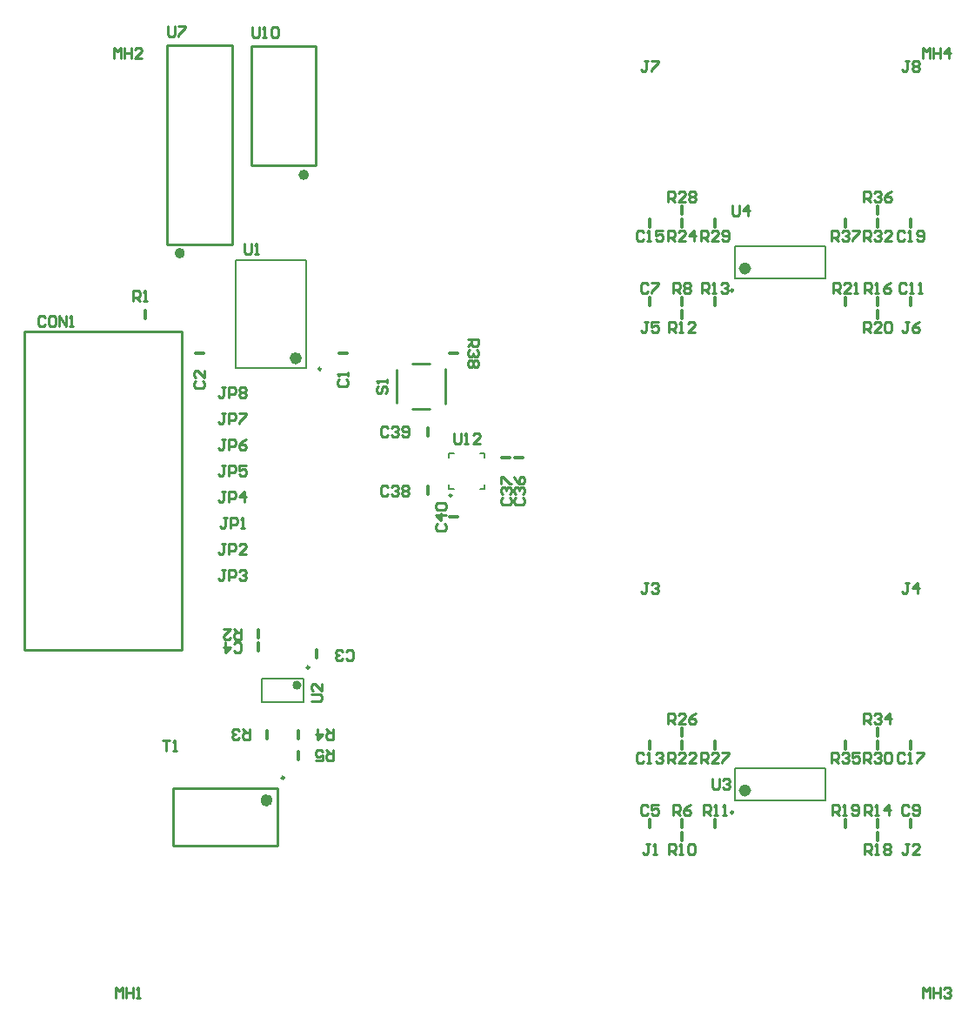
<source format=gto>
G04*
G04 #@! TF.GenerationSoftware,Altium Limited,Altium Designer,20.1.12 (249)*
G04*
G04 Layer_Color=65535*
%FSLAX25Y25*%
%MOIN*%
G70*
G04*
G04 #@! TF.SameCoordinates,69E86C78-A60B-413B-87A9-659EDA75703A*
G04*
G04*
G04 #@! TF.FilePolarity,Positive*
G04*
G01*
G75*
%ADD10C,0.02000*%
%ADD11C,0.02362*%
%ADD12C,0.00984*%
%ADD13C,0.01800*%
%ADD14C,0.01000*%
%ADD15C,0.01200*%
%ADD16C,0.00787*%
D10*
X371000Y403500D02*
G03*
X371000Y403500I-1000J0D01*
G01*
X418500Y433500D02*
G03*
X418500Y433500I-1000J0D01*
G01*
D11*
X404429Y193862D02*
G03*
X404429Y193862I-1181J0D01*
G01*
X415630Y363268D02*
G03*
X415630Y363268I-1181J0D01*
G01*
X587795Y197638D02*
G03*
X587795Y197638I-1181J0D01*
G01*
Y397638D02*
G03*
X587795Y397638I-1181J0D01*
G01*
D12*
X409992Y202500D02*
G03*
X409992Y202500I-492J0D01*
G01*
X419638Y244760D02*
G03*
X419638Y244760I-492J0D01*
G01*
X474291Y310650D02*
G03*
X474291Y310650I-492J0D01*
G01*
X424193Y359154D02*
G03*
X424193Y359154I-492J0D01*
G01*
X582146Y189272D02*
G03*
X582146Y189272I-492J0D01*
G01*
Y389272D02*
G03*
X582146Y389272I-492J0D01*
G01*
D13*
X415805Y237968D02*
G03*
X415805Y237968I-900J0D01*
G01*
D14*
X310512Y373484D02*
X370748D01*
Y251437D02*
Y373484D01*
X310512Y251437D02*
Y373484D01*
Y251437D02*
X370748D01*
X365128Y406981D02*
Y483023D01*
X390000Y406981D02*
Y483023D01*
X365128Y406981D02*
X390000D01*
X365128Y483023D02*
X390000D01*
X407500Y176500D02*
Y198500D01*
X367500Y176500D02*
Y198500D01*
Y176500D02*
X407500D01*
X367500Y198500D02*
X407500D01*
X397421Y482835D02*
X422167D01*
X397421Y437165D02*
X422167D01*
Y482835D01*
X397421Y437165D02*
Y482835D01*
X471800Y345900D02*
Y359000D01*
X453200Y346000D02*
Y358900D01*
X459100Y343700D02*
X465900D01*
X459100Y361300D02*
X465900D01*
X318501Y378833D02*
X317835Y379499D01*
X316502D01*
X315835Y378833D01*
Y376167D01*
X316502Y375501D01*
X317835D01*
X318501Y376167D01*
X321834Y379499D02*
X320501D01*
X319834Y378833D01*
Y376167D01*
X320501Y375501D01*
X321834D01*
X322500Y376167D01*
Y378833D01*
X321834Y379499D01*
X323833Y375501D02*
Y379499D01*
X326499Y375501D01*
Y379499D01*
X327832Y375501D02*
X329165D01*
X328498D01*
Y379499D01*
X327832Y378833D01*
X449834Y336333D02*
X449168Y336999D01*
X447835D01*
X447168Y336333D01*
Y333667D01*
X447835Y333001D01*
X449168D01*
X449834Y333667D01*
X451167Y336333D02*
X451834Y336999D01*
X453166D01*
X453833Y336333D01*
Y335666D01*
X453166Y335000D01*
X452500D01*
X453166D01*
X453833Y334334D01*
Y333667D01*
X453166Y333001D01*
X451834D01*
X451167Y333667D01*
X455166D02*
X455832Y333001D01*
X457165D01*
X457832Y333667D01*
Y336333D01*
X457165Y336999D01*
X455832D01*
X455166Y336333D01*
Y335666D01*
X455832Y335000D01*
X457832D01*
X352053Y385300D02*
Y389299D01*
X354053D01*
X354719Y388632D01*
Y387299D01*
X354053Y386633D01*
X352053D01*
X353386D02*
X354719Y385300D01*
X356052D02*
X357385D01*
X356719D01*
Y389299D01*
X356052Y388632D01*
X365600Y490552D02*
Y487220D01*
X366266Y486553D01*
X367599D01*
X368266Y487220D01*
Y490552D01*
X369599D02*
X372265D01*
Y489886D01*
X369599Y487220D01*
Y486553D01*
X396832Y220999D02*
Y217001D01*
X394833D01*
X394166Y217667D01*
Y219000D01*
X394833Y219666D01*
X396832D01*
X395499D02*
X394166Y220999D01*
X392833Y217667D02*
X392167Y217001D01*
X390834D01*
X390168Y217667D01*
Y218334D01*
X390834Y219000D01*
X391501D01*
X390834D01*
X390168Y219666D01*
Y220333D01*
X390834Y220999D01*
X392167D01*
X392833Y220333D01*
X363500Y216899D02*
X366166D01*
X364833D01*
Y212900D01*
X367499D02*
X368832D01*
X368165D01*
Y216899D01*
X367499Y216232D01*
X420501Y231668D02*
X423833D01*
X424499Y232334D01*
Y233667D01*
X423833Y234334D01*
X420501D01*
X424499Y238332D02*
Y235666D01*
X421834Y238332D01*
X421167D01*
X420501Y237666D01*
Y236333D01*
X421167Y235666D01*
X468667Y299834D02*
X468001Y299168D01*
Y297835D01*
X468667Y297168D01*
X471333D01*
X471999Y297835D01*
Y299168D01*
X471333Y299834D01*
X471999Y303166D02*
X468001D01*
X470000Y301167D01*
Y303833D01*
X468667Y305166D02*
X468001Y305832D01*
Y307165D01*
X468667Y307832D01*
X471333D01*
X471999Y307165D01*
Y305832D01*
X471333Y305166D01*
X468667D01*
X475002Y334499D02*
Y331167D01*
X475668Y330501D01*
X477001D01*
X477667Y331167D01*
Y334499D01*
X479000Y330501D02*
X480333D01*
X479667D01*
Y334499D01*
X479000Y333833D01*
X484998Y330501D02*
X482333D01*
X484998Y333166D01*
Y333833D01*
X484332Y334499D01*
X482999D01*
X482333Y333833D01*
X480501Y370332D02*
X484499D01*
Y368332D01*
X483833Y367666D01*
X482500D01*
X481834Y368332D01*
Y370332D01*
Y368999D02*
X480501Y367666D01*
X483833Y366333D02*
X484499Y365666D01*
Y364334D01*
X483833Y363667D01*
X483166D01*
X482500Y364334D01*
Y365000D01*
Y364334D01*
X481834Y363667D01*
X481167D01*
X480501Y364334D01*
Y365666D01*
X481167Y366333D01*
X483833Y362334D02*
X484499Y361668D01*
Y360335D01*
X483833Y359668D01*
X483166D01*
X482500Y360335D01*
X481834Y359668D01*
X481167D01*
X480501Y360335D01*
Y361668D01*
X481167Y362334D01*
X481834D01*
X482500Y361668D01*
X483166Y362334D01*
X483833D01*
X482500Y361668D02*
Y360335D01*
X498667Y309834D02*
X498001Y309168D01*
Y307835D01*
X498667Y307168D01*
X501333D01*
X501999Y307835D01*
Y309168D01*
X501333Y309834D01*
X498667Y311167D02*
X498001Y311834D01*
Y313166D01*
X498667Y313833D01*
X499333D01*
X500000Y313166D01*
Y312500D01*
Y313166D01*
X500666Y313833D01*
X501333D01*
X501999Y313166D01*
Y311834D01*
X501333Y311167D01*
X498001Y317832D02*
X498667Y316499D01*
X500000Y315166D01*
X501333D01*
X501999Y315832D01*
Y317165D01*
X501333Y317832D01*
X500666D01*
X500000Y317165D01*
Y315166D01*
X433666Y248167D02*
X434333Y247501D01*
X435666D01*
X436332Y248167D01*
Y250833D01*
X435666Y251499D01*
X434333D01*
X433666Y250833D01*
X432334Y248167D02*
X431667Y247501D01*
X430334D01*
X429668Y248167D01*
Y248834D01*
X430334Y249500D01*
X431001D01*
X430334D01*
X429668Y250166D01*
Y250833D01*
X430334Y251499D01*
X431667D01*
X432334Y250833D01*
X449834Y313833D02*
X449168Y314499D01*
X447835D01*
X447168Y313833D01*
Y311167D01*
X447835Y310501D01*
X449168D01*
X449834Y311167D01*
X451167Y313833D02*
X451834Y314499D01*
X453166D01*
X453833Y313833D01*
Y313166D01*
X453166Y312500D01*
X452500D01*
X453166D01*
X453833Y311834D01*
Y311167D01*
X453166Y310501D01*
X451834D01*
X451167Y311167D01*
X455166Y313833D02*
X455832Y314499D01*
X457165D01*
X457832Y313833D01*
Y313166D01*
X457165Y312500D01*
X457832Y311834D01*
Y311167D01*
X457165Y310501D01*
X455832D01*
X455166Y311167D01*
Y311834D01*
X455832Y312500D01*
X455166Y313166D01*
Y313833D01*
X455832Y312500D02*
X457165D01*
X397900Y490299D02*
Y486966D01*
X398566Y486300D01*
X399899D01*
X400566Y486966D01*
Y490299D01*
X401899Y486300D02*
X403232D01*
X402565D01*
Y490299D01*
X401899Y489632D01*
X405231D02*
X405897Y490299D01*
X407230D01*
X407897Y489632D01*
Y486966D01*
X407230Y486300D01*
X405897D01*
X405231Y486966D01*
Y489632D01*
X394834Y406999D02*
Y403667D01*
X395501Y403001D01*
X396834D01*
X397500Y403667D01*
Y406999D01*
X398833Y403001D02*
X400166D01*
X399499D01*
Y406999D01*
X398833Y406333D01*
X446167Y352500D02*
X445501Y351834D01*
Y350501D01*
X446167Y349834D01*
X446834D01*
X447500Y350501D01*
Y351834D01*
X448166Y352500D01*
X448833D01*
X449499Y351834D01*
Y350501D01*
X448833Y349834D01*
X449499Y353833D02*
Y355166D01*
Y354499D01*
X445501D01*
X446167Y353833D01*
X376167Y354334D02*
X375501Y353667D01*
Y352334D01*
X376167Y351668D01*
X378833D01*
X379499Y352334D01*
Y353667D01*
X378833Y354334D01*
X379499Y358332D02*
Y355666D01*
X376834Y358332D01*
X376167D01*
X375501Y357666D01*
Y356333D01*
X376167Y355666D01*
X428832Y212999D02*
Y209001D01*
X426833D01*
X426166Y209667D01*
Y211000D01*
X426833Y211666D01*
X428832D01*
X427499D02*
X426166Y212999D01*
X422168Y209001D02*
X424833D01*
Y211000D01*
X423501Y210334D01*
X422834D01*
X422168Y211000D01*
Y212333D01*
X422834Y212999D01*
X424167D01*
X424833Y212333D01*
X428832Y220999D02*
Y217001D01*
X426833D01*
X426166Y217667D01*
Y219000D01*
X426833Y219666D01*
X428832D01*
X427499D02*
X426166Y220999D01*
X422834D02*
Y217001D01*
X424833Y219000D01*
X422168D01*
X390666Y251167D02*
X391333Y250501D01*
X392666D01*
X393332Y251167D01*
Y253833D01*
X392666Y254499D01*
X391333D01*
X390666Y253833D01*
X387334Y254499D02*
Y250501D01*
X389334Y252500D01*
X386668D01*
X431167Y355000D02*
X430501Y354334D01*
Y353001D01*
X431167Y352334D01*
X433833D01*
X434499Y353001D01*
Y354334D01*
X433833Y355000D01*
X434499Y356333D02*
Y357666D01*
Y356999D01*
X430501D01*
X431167Y356333D01*
X493667Y309834D02*
X493001Y309168D01*
Y307835D01*
X493667Y307168D01*
X496333D01*
X496999Y307835D01*
Y309168D01*
X496333Y309834D01*
X493667Y311167D02*
X493001Y311834D01*
Y313166D01*
X493667Y313833D01*
X494334D01*
X495000Y313166D01*
Y312500D01*
Y313166D01*
X495666Y313833D01*
X496333D01*
X496999Y313166D01*
Y311834D01*
X496333Y311167D01*
X493001Y315166D02*
Y317832D01*
X493667D01*
X496333Y315166D01*
X496999D01*
X393332Y259499D02*
Y255501D01*
X391333D01*
X390666Y256167D01*
Y257500D01*
X391333Y258166D01*
X393332D01*
X391999D02*
X390666Y259499D01*
X386668D02*
X389334D01*
X386668Y256834D01*
Y256167D01*
X387334Y255501D01*
X388667D01*
X389334Y256167D01*
X388001Y301999D02*
X386668D01*
X387334D01*
Y298667D01*
X386668Y298001D01*
X386001D01*
X385335Y298667D01*
X389334Y298001D02*
Y301999D01*
X391333D01*
X391999Y301333D01*
Y300000D01*
X391333Y299334D01*
X389334D01*
X393332Y298001D02*
X394665D01*
X393999D01*
Y301999D01*
X393332Y301333D01*
X387334Y341999D02*
X386001D01*
X386668D01*
Y338667D01*
X386001Y338001D01*
X385335D01*
X384668Y338667D01*
X388667Y338001D02*
Y341999D01*
X390666D01*
X391333Y341333D01*
Y340000D01*
X390666Y339334D01*
X388667D01*
X392666Y341999D02*
X395332D01*
Y341333D01*
X392666Y338667D01*
Y338001D01*
X387334Y281999D02*
X386001D01*
X386668D01*
Y278667D01*
X386001Y278001D01*
X385335D01*
X384668Y278667D01*
X388667Y278001D02*
Y281999D01*
X390666D01*
X391333Y281333D01*
Y280000D01*
X390666Y279334D01*
X388667D01*
X392666Y281333D02*
X393332Y281999D01*
X394665D01*
X395332Y281333D01*
Y280666D01*
X394665Y280000D01*
X393999D01*
X394665D01*
X395332Y279334D01*
Y278667D01*
X394665Y278001D01*
X393332D01*
X392666Y278667D01*
X387334Y321999D02*
X386001D01*
X386668D01*
Y318667D01*
X386001Y318001D01*
X385335D01*
X384668Y318667D01*
X388667Y318001D02*
Y321999D01*
X390666D01*
X391333Y321333D01*
Y320000D01*
X390666Y319334D01*
X388667D01*
X395332Y321999D02*
X392666D01*
Y320000D01*
X393999Y320666D01*
X394665D01*
X395332Y320000D01*
Y318667D01*
X394665Y318001D01*
X393332D01*
X392666Y318667D01*
X387334Y311999D02*
X386001D01*
X386668D01*
Y308667D01*
X386001Y308001D01*
X385335D01*
X384668Y308667D01*
X388667Y308001D02*
Y311999D01*
X390666D01*
X391333Y311333D01*
Y310000D01*
X390666Y309334D01*
X388667D01*
X394665Y308001D02*
Y311999D01*
X392666Y310000D01*
X395332D01*
X387334Y351999D02*
X386001D01*
X386668D01*
Y348667D01*
X386001Y348001D01*
X385335D01*
X384668Y348667D01*
X388667Y348001D02*
Y351999D01*
X390666D01*
X391333Y351333D01*
Y350000D01*
X390666Y349334D01*
X388667D01*
X392666Y351333D02*
X393332Y351999D01*
X394665D01*
X395332Y351333D01*
Y350666D01*
X394665Y350000D01*
X395332Y349334D01*
Y348667D01*
X394665Y348001D01*
X393332D01*
X392666Y348667D01*
Y349334D01*
X393332Y350000D01*
X392666Y350666D01*
Y351333D01*
X393332Y350000D02*
X394665D01*
X387334Y331999D02*
X386001D01*
X386668D01*
Y328667D01*
X386001Y328001D01*
X385335D01*
X384668Y328667D01*
X388667Y328001D02*
Y331999D01*
X390666D01*
X391333Y331333D01*
Y330000D01*
X390666Y329334D01*
X388667D01*
X395332Y331999D02*
X393999Y331333D01*
X392666Y330000D01*
Y328667D01*
X393332Y328001D01*
X394665D01*
X395332Y328667D01*
Y329334D01*
X394665Y330000D01*
X392666D01*
X344668Y478001D02*
Y481999D01*
X346001Y480666D01*
X347334Y481999D01*
Y478001D01*
X348667Y481999D02*
Y478001D01*
Y480000D01*
X351333D01*
Y481999D01*
Y478001D01*
X355332D02*
X352666D01*
X355332Y480666D01*
Y481333D01*
X354665Y481999D01*
X353332D01*
X352666Y481333D01*
X387334Y291999D02*
X386001D01*
X386668D01*
Y288667D01*
X386001Y288001D01*
X385335D01*
X384668Y288667D01*
X388667Y288001D02*
Y291999D01*
X390666D01*
X391333Y291333D01*
Y290000D01*
X390666Y289334D01*
X388667D01*
X395332Y288001D02*
X392666D01*
X395332Y290666D01*
Y291333D01*
X394665Y291999D01*
X393332D01*
X392666Y291333D01*
X581700Y421699D02*
Y418366D01*
X582366Y417700D01*
X583699D01*
X584366Y418366D01*
Y421699D01*
X587698Y417700D02*
Y421699D01*
X585699Y419699D01*
X588365D01*
X574168Y201999D02*
Y198667D01*
X574834Y198001D01*
X576167D01*
X576834Y198667D01*
Y201999D01*
X578166Y201333D02*
X578833Y201999D01*
X580166D01*
X580832Y201333D01*
Y200666D01*
X580166Y200000D01*
X579499D01*
X580166D01*
X580832Y199334D01*
Y198667D01*
X580166Y198001D01*
X578833D01*
X578166Y198667D01*
X619668Y408001D02*
Y411999D01*
X621668D01*
X622334Y411333D01*
Y410000D01*
X621668Y409334D01*
X619668D01*
X621001D02*
X622334Y408001D01*
X623667Y411333D02*
X624334Y411999D01*
X625666D01*
X626333Y411333D01*
Y410666D01*
X625666Y410000D01*
X625000D01*
X625666D01*
X626333Y409334D01*
Y408667D01*
X625666Y408001D01*
X624334D01*
X623667Y408667D01*
X627666Y411999D02*
X630332D01*
Y411333D01*
X627666Y408667D01*
Y408001D01*
X632168Y423001D02*
Y426999D01*
X634168D01*
X634834Y426333D01*
Y425000D01*
X634168Y424334D01*
X632168D01*
X633501D02*
X634834Y423001D01*
X636167Y426333D02*
X636834Y426999D01*
X638166D01*
X638833Y426333D01*
Y425666D01*
X638166Y425000D01*
X637500D01*
X638166D01*
X638833Y424334D01*
Y423667D01*
X638166Y423001D01*
X636834D01*
X636167Y423667D01*
X642832Y426999D02*
X641499Y426333D01*
X640166Y425000D01*
Y423667D01*
X640832Y423001D01*
X642165D01*
X642832Y423667D01*
Y424334D01*
X642165Y425000D01*
X640166D01*
X619668Y208001D02*
Y211999D01*
X621668D01*
X622334Y211333D01*
Y210000D01*
X621668Y209334D01*
X619668D01*
X621001D02*
X622334Y208001D01*
X623667Y211333D02*
X624334Y211999D01*
X625666D01*
X626333Y211333D01*
Y210666D01*
X625666Y210000D01*
X625000D01*
X625666D01*
X626333Y209334D01*
Y208667D01*
X625666Y208001D01*
X624334D01*
X623667Y208667D01*
X630332Y211999D02*
X627666D01*
Y210000D01*
X628999Y210666D01*
X629665D01*
X630332Y210000D01*
Y208667D01*
X629665Y208001D01*
X628332D01*
X627666Y208667D01*
X632168Y223001D02*
Y226999D01*
X634168D01*
X634834Y226333D01*
Y225000D01*
X634168Y224334D01*
X632168D01*
X633501D02*
X634834Y223001D01*
X636167Y226333D02*
X636834Y226999D01*
X638166D01*
X638833Y226333D01*
Y225666D01*
X638166Y225000D01*
X637500D01*
X638166D01*
X638833Y224334D01*
Y223667D01*
X638166Y223001D01*
X636834D01*
X636167Y223667D01*
X642165Y223001D02*
Y226999D01*
X640166Y225000D01*
X642832D01*
X632168Y408001D02*
Y411999D01*
X634168D01*
X634834Y411333D01*
Y410000D01*
X634168Y409334D01*
X632168D01*
X633501D02*
X634834Y408001D01*
X636167Y411333D02*
X636834Y411999D01*
X638166D01*
X638833Y411333D01*
Y410666D01*
X638166Y410000D01*
X637500D01*
X638166D01*
X638833Y409334D01*
Y408667D01*
X638166Y408001D01*
X636834D01*
X636167Y408667D01*
X642832Y408001D02*
X640166D01*
X642832Y410666D01*
Y411333D01*
X642165Y411999D01*
X640832D01*
X640166Y411333D01*
X632168Y208001D02*
Y211999D01*
X634168D01*
X634834Y211333D01*
Y210000D01*
X634168Y209334D01*
X632168D01*
X633501D02*
X634834Y208001D01*
X636167Y211333D02*
X636834Y211999D01*
X638166D01*
X638833Y211333D01*
Y210666D01*
X638166Y210000D01*
X637500D01*
X638166D01*
X638833Y209334D01*
Y208667D01*
X638166Y208001D01*
X636834D01*
X636167Y208667D01*
X640166Y211333D02*
X640832Y211999D01*
X642165D01*
X642832Y211333D01*
Y208667D01*
X642165Y208001D01*
X640832D01*
X640166Y208667D01*
Y211333D01*
X569668Y408001D02*
Y411999D01*
X571668D01*
X572334Y411333D01*
Y410000D01*
X571668Y409334D01*
X569668D01*
X571001D02*
X572334Y408001D01*
X576333D02*
X573667D01*
X576333Y410666D01*
Y411333D01*
X575666Y411999D01*
X574334D01*
X573667Y411333D01*
X577666Y408667D02*
X578332Y408001D01*
X579665D01*
X580332Y408667D01*
Y411333D01*
X579665Y411999D01*
X578332D01*
X577666Y411333D01*
Y410666D01*
X578332Y410000D01*
X580332D01*
X557168Y423001D02*
Y426999D01*
X559168D01*
X559834Y426333D01*
Y425000D01*
X559168Y424334D01*
X557168D01*
X558501D02*
X559834Y423001D01*
X563833D02*
X561167D01*
X563833Y425666D01*
Y426333D01*
X563166Y426999D01*
X561834D01*
X561167Y426333D01*
X565166D02*
X565832Y426999D01*
X567165D01*
X567832Y426333D01*
Y425666D01*
X567165Y425000D01*
X567832Y424334D01*
Y423667D01*
X567165Y423001D01*
X565832D01*
X565166Y423667D01*
Y424334D01*
X565832Y425000D01*
X565166Y425666D01*
Y426333D01*
X565832Y425000D02*
X567165D01*
X569668Y208001D02*
Y211999D01*
X571668D01*
X572334Y211333D01*
Y210000D01*
X571668Y209334D01*
X569668D01*
X571001D02*
X572334Y208001D01*
X576333D02*
X573667D01*
X576333Y210666D01*
Y211333D01*
X575666Y211999D01*
X574334D01*
X573667Y211333D01*
X577666Y211999D02*
X580332D01*
Y211333D01*
X577666Y208667D01*
Y208001D01*
X557168Y223001D02*
Y226999D01*
X559168D01*
X559834Y226333D01*
Y225000D01*
X559168Y224334D01*
X557168D01*
X558501D02*
X559834Y223001D01*
X563833D02*
X561167D01*
X563833Y225666D01*
Y226333D01*
X563166Y226999D01*
X561834D01*
X561167Y226333D01*
X567832Y226999D02*
X566499Y226333D01*
X565166Y225000D01*
Y223667D01*
X565832Y223001D01*
X567165D01*
X567832Y223667D01*
Y224334D01*
X567165Y225000D01*
X565166D01*
X557168Y408001D02*
Y411999D01*
X559168D01*
X559834Y411333D01*
Y410000D01*
X559168Y409334D01*
X557168D01*
X558501D02*
X559834Y408001D01*
X563833D02*
X561167D01*
X563833Y410666D01*
Y411333D01*
X563166Y411999D01*
X561834D01*
X561167Y411333D01*
X567165Y408001D02*
Y411999D01*
X565166Y410000D01*
X567832D01*
X557168Y208001D02*
Y211999D01*
X559168D01*
X559834Y211333D01*
Y210000D01*
X559168Y209334D01*
X557168D01*
X558501D02*
X559834Y208001D01*
X563833D02*
X561167D01*
X563833Y210666D01*
Y211333D01*
X563166Y211999D01*
X561834D01*
X561167Y211333D01*
X567832Y208001D02*
X565166D01*
X567832Y210666D01*
Y211333D01*
X567165Y211999D01*
X565832D01*
X565166Y211333D01*
X620335Y388001D02*
Y391999D01*
X622334D01*
X623001Y391333D01*
Y390000D01*
X622334Y389334D01*
X620335D01*
X621668D02*
X623001Y388001D01*
X626999D02*
X624334D01*
X626999Y390666D01*
Y391333D01*
X626333Y391999D01*
X625000D01*
X624334Y391333D01*
X628332Y388001D02*
X629665D01*
X628999D01*
Y391999D01*
X628332Y391333D01*
X632168Y373001D02*
Y376999D01*
X634168D01*
X634834Y376333D01*
Y375000D01*
X634168Y374334D01*
X632168D01*
X633501D02*
X634834Y373001D01*
X638833D02*
X636167D01*
X638833Y375666D01*
Y376333D01*
X638166Y376999D01*
X636834D01*
X636167Y376333D01*
X640166D02*
X640832Y376999D01*
X642165D01*
X642832Y376333D01*
Y373667D01*
X642165Y373001D01*
X640832D01*
X640166Y373667D01*
Y376333D01*
X620002Y188001D02*
Y191999D01*
X622001D01*
X622667Y191333D01*
Y190000D01*
X622001Y189333D01*
X620002D01*
X621335D02*
X622667Y188001D01*
X624000D02*
X625333D01*
X624667D01*
Y191999D01*
X624000Y191333D01*
X627333Y188667D02*
X627999Y188001D01*
X629332D01*
X629998Y188667D01*
Y191333D01*
X629332Y191999D01*
X627999D01*
X627333Y191333D01*
Y190666D01*
X627999Y190000D01*
X629998D01*
X632502Y173001D02*
Y176999D01*
X634501D01*
X635167Y176333D01*
Y175000D01*
X634501Y174334D01*
X632502D01*
X633835D02*
X635167Y173001D01*
X636500D02*
X637833D01*
X637167D01*
Y176999D01*
X636500Y176333D01*
X639833D02*
X640499Y176999D01*
X641832D01*
X642498Y176333D01*
Y175666D01*
X641832Y175000D01*
X642498Y174334D01*
Y173667D01*
X641832Y173001D01*
X640499D01*
X639833Y173667D01*
Y174334D01*
X640499Y175000D01*
X639833Y175666D01*
Y176333D01*
X640499Y175000D02*
X641832D01*
X632502Y388001D02*
Y391999D01*
X634501D01*
X635167Y391333D01*
Y390000D01*
X634501Y389334D01*
X632502D01*
X633835D02*
X635167Y388001D01*
X636500D02*
X637833D01*
X637167D01*
Y391999D01*
X636500Y391333D01*
X642498Y391999D02*
X641165Y391333D01*
X639833Y390000D01*
Y388667D01*
X640499Y388001D01*
X641832D01*
X642498Y388667D01*
Y389334D01*
X641832Y390000D01*
X639833D01*
X632502Y188001D02*
Y191999D01*
X634501D01*
X635167Y191333D01*
Y190000D01*
X634501Y189333D01*
X632502D01*
X633835D02*
X635167Y188001D01*
X636500D02*
X637833D01*
X637167D01*
Y191999D01*
X636500Y191333D01*
X641832Y188001D02*
Y191999D01*
X639833Y190000D01*
X642498D01*
X570002Y388001D02*
Y391999D01*
X572001D01*
X572667Y391333D01*
Y390000D01*
X572001Y389334D01*
X570002D01*
X571335D02*
X572667Y388001D01*
X574000D02*
X575333D01*
X574667D01*
Y391999D01*
X574000Y391333D01*
X577333D02*
X577999Y391999D01*
X579332D01*
X579998Y391333D01*
Y390666D01*
X579332Y390000D01*
X578665D01*
X579332D01*
X579998Y389334D01*
Y388667D01*
X579332Y388001D01*
X577999D01*
X577333Y388667D01*
X557502Y373001D02*
Y376999D01*
X559501D01*
X560167Y376333D01*
Y375000D01*
X559501Y374334D01*
X557502D01*
X558835D02*
X560167Y373001D01*
X561500D02*
X562833D01*
X562167D01*
Y376999D01*
X561500Y376333D01*
X567498Y373001D02*
X564833D01*
X567498Y375666D01*
Y376333D01*
X566832Y376999D01*
X565499D01*
X564833Y376333D01*
X570668Y188001D02*
Y191999D01*
X572667D01*
X573334Y191333D01*
Y190000D01*
X572667Y189333D01*
X570668D01*
X572001D02*
X573334Y188001D01*
X574667D02*
X576000D01*
X575333D01*
Y191999D01*
X574667Y191333D01*
X577999Y188001D02*
X579332D01*
X578665D01*
Y191999D01*
X577999Y191333D01*
X557502Y173001D02*
Y176999D01*
X559501D01*
X560167Y176333D01*
Y175000D01*
X559501Y174334D01*
X557502D01*
X558835D02*
X560167Y173001D01*
X561500D02*
X562833D01*
X562167D01*
Y176999D01*
X561500Y176333D01*
X564833D02*
X565499Y176999D01*
X566832D01*
X567498Y176333D01*
Y173667D01*
X566832Y173001D01*
X565499D01*
X564833Y173667D01*
Y176333D01*
X559168Y388001D02*
Y391999D01*
X561167D01*
X561834Y391333D01*
Y390000D01*
X561167Y389334D01*
X559168D01*
X560501D02*
X561834Y388001D01*
X563167Y391333D02*
X563833Y391999D01*
X565166D01*
X565832Y391333D01*
Y390666D01*
X565166Y390000D01*
X565832Y389334D01*
Y388667D01*
X565166Y388001D01*
X563833D01*
X563167Y388667D01*
Y389334D01*
X563833Y390000D01*
X563167Y390666D01*
Y391333D01*
X563833Y390000D02*
X565166D01*
X559168Y188001D02*
Y191999D01*
X561167D01*
X561834Y191333D01*
Y190000D01*
X561167Y189333D01*
X559168D01*
X560501D02*
X561834Y188001D01*
X565832Y191999D02*
X564499Y191333D01*
X563167Y190000D01*
Y188667D01*
X563833Y188001D01*
X565166D01*
X565832Y188667D01*
Y189333D01*
X565166Y190000D01*
X563167D01*
X654668Y478001D02*
Y481999D01*
X656001Y480666D01*
X657334Y481999D01*
Y478001D01*
X658667Y481999D02*
Y478001D01*
Y480000D01*
X661333D01*
Y481999D01*
Y478001D01*
X664665D02*
Y481999D01*
X662666Y480000D01*
X665332D01*
X654668Y118001D02*
Y121999D01*
X656001Y120667D01*
X657334Y121999D01*
Y118001D01*
X658667Y121999D02*
Y118001D01*
Y120000D01*
X661333D01*
Y121999D01*
Y118001D01*
X662666Y121333D02*
X663332Y121999D01*
X664665D01*
X665332Y121333D01*
Y120667D01*
X664665Y120000D01*
X663999D01*
X664665D01*
X665332Y119334D01*
Y118667D01*
X664665Y118001D01*
X663332D01*
X662666Y118667D01*
X345335Y118001D02*
Y121999D01*
X346668Y120667D01*
X348001Y121999D01*
Y118001D01*
X349334Y121999D02*
Y118001D01*
Y120000D01*
X351999D01*
Y121999D01*
Y118001D01*
X353332D02*
X354665D01*
X353999D01*
Y121999D01*
X353332Y121333D01*
X649334Y476999D02*
X648001D01*
X648667D01*
Y473667D01*
X648001Y473001D01*
X647334D01*
X646668Y473667D01*
X650667Y476333D02*
X651333Y476999D01*
X652666D01*
X653332Y476333D01*
Y475666D01*
X652666Y475000D01*
X653332Y474334D01*
Y473667D01*
X652666Y473001D01*
X651333D01*
X650667Y473667D01*
Y474334D01*
X651333Y475000D01*
X650667Y475666D01*
Y476333D01*
X651333Y475000D02*
X652666D01*
X549334Y476999D02*
X548001D01*
X548667D01*
Y473667D01*
X548001Y473001D01*
X547334D01*
X546668Y473667D01*
X550667Y476999D02*
X553332D01*
Y476333D01*
X550667Y473667D01*
Y473001D01*
X649334Y376999D02*
X648001D01*
X648667D01*
Y373667D01*
X648001Y373001D01*
X647334D01*
X646668Y373667D01*
X653332Y376999D02*
X651999Y376333D01*
X650667Y375000D01*
Y373667D01*
X651333Y373001D01*
X652666D01*
X653332Y373667D01*
Y374334D01*
X652666Y375000D01*
X650667D01*
X549334Y376999D02*
X548001D01*
X548667D01*
Y373667D01*
X548001Y373001D01*
X547334D01*
X546668Y373667D01*
X553332Y376999D02*
X550667D01*
Y375000D01*
X551999Y375666D01*
X552666D01*
X553332Y375000D01*
Y373667D01*
X552666Y373001D01*
X551333D01*
X550667Y373667D01*
X649334Y276999D02*
X648001D01*
X648667D01*
Y273667D01*
X648001Y273001D01*
X647334D01*
X646668Y273667D01*
X652666Y273001D02*
Y276999D01*
X650667Y275000D01*
X653332D01*
X549334Y276999D02*
X548001D01*
X548667D01*
Y273667D01*
X548001Y273001D01*
X547334D01*
X546668Y273667D01*
X550667Y276333D02*
X551333Y276999D01*
X552666D01*
X553332Y276333D01*
Y275666D01*
X552666Y275000D01*
X551999D01*
X552666D01*
X553332Y274334D01*
Y273667D01*
X552666Y273001D01*
X551333D01*
X550667Y273667D01*
X649334Y176999D02*
X648001D01*
X648667D01*
Y173667D01*
X648001Y173001D01*
X647334D01*
X646668Y173667D01*
X653332Y173001D02*
X650667D01*
X653332Y175666D01*
Y176333D01*
X652666Y176999D01*
X651333D01*
X650667Y176333D01*
X550000Y176999D02*
X548667D01*
X549334D01*
Y173667D01*
X548667Y173001D01*
X548001D01*
X547334Y173667D01*
X551333Y173001D02*
X552666D01*
X551999D01*
Y176999D01*
X551333Y176333D01*
X647667Y411333D02*
X647001Y411999D01*
X645668D01*
X645002Y411333D01*
Y408667D01*
X645668Y408001D01*
X647001D01*
X647667Y408667D01*
X649000Y408001D02*
X650333D01*
X649667D01*
Y411999D01*
X649000Y411333D01*
X652333Y408667D02*
X652999Y408001D01*
X654332D01*
X654998Y408667D01*
Y411333D01*
X654332Y411999D01*
X652999D01*
X652333Y411333D01*
Y410666D01*
X652999Y410000D01*
X654998D01*
X647667Y211333D02*
X647001Y211999D01*
X645668D01*
X645002Y211333D01*
Y208667D01*
X645668Y208001D01*
X647001D01*
X647667Y208667D01*
X649000Y208001D02*
X650333D01*
X649667D01*
Y211999D01*
X649000Y211333D01*
X652333Y211999D02*
X654998D01*
Y211333D01*
X652333Y208667D01*
Y208001D01*
X547667Y411333D02*
X547001Y411999D01*
X545668D01*
X545002Y411333D01*
Y408667D01*
X545668Y408001D01*
X547001D01*
X547667Y408667D01*
X549000Y408001D02*
X550333D01*
X549667D01*
Y411999D01*
X549000Y411333D01*
X554998Y411999D02*
X552333D01*
Y410000D01*
X553665Y410666D01*
X554332D01*
X554998Y410000D01*
Y408667D01*
X554332Y408001D01*
X552999D01*
X552333Y408667D01*
X547667Y211333D02*
X547001Y211999D01*
X545668D01*
X545002Y211333D01*
Y208667D01*
X545668Y208001D01*
X547001D01*
X547667Y208667D01*
X549000Y208001D02*
X550333D01*
X549667D01*
Y211999D01*
X549000Y211333D01*
X552333D02*
X552999Y211999D01*
X554332D01*
X554998Y211333D01*
Y210666D01*
X554332Y210000D01*
X553665D01*
X554332D01*
X554998Y209334D01*
Y208667D01*
X554332Y208001D01*
X552999D01*
X552333Y208667D01*
X648334Y391333D02*
X647667Y391999D01*
X646335D01*
X645668Y391333D01*
Y388667D01*
X646335Y388001D01*
X647667D01*
X648334Y388667D01*
X649667Y388001D02*
X651000D01*
X650333D01*
Y391999D01*
X649667Y391333D01*
X652999Y388001D02*
X654332D01*
X653665D01*
Y391999D01*
X652999Y391333D01*
X649334Y191333D02*
X648667Y191999D01*
X647334D01*
X646668Y191333D01*
Y188667D01*
X647334Y188001D01*
X648667D01*
X649334Y188667D01*
X650667D02*
X651333Y188001D01*
X652666D01*
X653332Y188667D01*
Y191333D01*
X652666Y191999D01*
X651333D01*
X650667Y191333D01*
Y190666D01*
X651333Y190000D01*
X653332D01*
X549334Y391333D02*
X548667Y391999D01*
X547334D01*
X546668Y391333D01*
Y388667D01*
X547334Y388001D01*
X548667D01*
X549334Y388667D01*
X550667Y391999D02*
X553332D01*
Y391333D01*
X550667Y388667D01*
Y388001D01*
X549334Y191333D02*
X548667Y191999D01*
X547334D01*
X546668Y191333D01*
Y188667D01*
X547334Y188001D01*
X548667D01*
X549334Y188667D01*
X553332Y191999D02*
X550667D01*
Y190000D01*
X551999Y190666D01*
X552666D01*
X553332Y190000D01*
Y188667D01*
X552666Y188001D01*
X551333D01*
X550667Y188667D01*
D15*
X465000Y333500D02*
Y336500D01*
X356653Y378500D02*
Y381500D01*
X403500Y217500D02*
Y220500D01*
X473500Y302500D02*
X476500D01*
X473500Y365000D02*
X476500D01*
X498500Y325000D02*
X501500D01*
X422500Y248500D02*
Y251500D01*
X465000Y311000D02*
Y314000D01*
X376000Y365000D02*
X379000D01*
X415500Y209500D02*
Y212500D01*
Y217500D02*
Y220500D01*
X400000Y251000D02*
Y254000D01*
X431000Y365000D02*
X434000D01*
X493500Y325000D02*
X496500D01*
X400000Y256000D02*
Y259000D01*
X550000Y183500D02*
Y186500D01*
X625000Y413500D02*
Y416500D01*
X637500Y418500D02*
Y421500D01*
X625000Y213500D02*
Y216500D01*
X637500Y218500D02*
Y221500D01*
Y413500D02*
Y416500D01*
Y213500D02*
Y216500D01*
X575000Y413500D02*
Y416500D01*
X562500Y418500D02*
Y421500D01*
X575000Y213500D02*
Y216500D01*
X562500Y218500D02*
Y221500D01*
Y413500D02*
Y416500D01*
Y213500D02*
Y216500D01*
X625000Y383500D02*
Y386500D01*
X637500Y378500D02*
Y381500D01*
X625000Y183500D02*
Y186500D01*
X637500Y178500D02*
Y181500D01*
Y383500D02*
Y386500D01*
Y183500D02*
Y186500D01*
X575000Y383500D02*
Y386500D01*
X562500Y378500D02*
Y381500D01*
X575000Y183500D02*
Y186500D01*
X562500Y178500D02*
Y181500D01*
Y383500D02*
Y386500D01*
Y183500D02*
Y186500D01*
X650000Y413500D02*
Y416500D01*
Y213500D02*
Y216500D01*
X550000Y413500D02*
Y416500D01*
Y213500D02*
Y216500D01*
X650000Y383500D02*
Y386500D01*
Y183500D02*
Y186500D01*
X550000Y383500D02*
Y386500D01*
D16*
X401429Y240528D02*
X417571D01*
X401429Y231472D02*
Y240528D01*
Y231472D02*
X417571D01*
Y240528D01*
X473209Y313209D02*
X474980D01*
X473209D02*
Y314980D01*
Y325020D02*
Y326791D01*
X474980D01*
X485020D02*
X486791D01*
Y325020D02*
Y326791D01*
X485020Y313209D02*
X486791D01*
Y314980D01*
X391614Y400669D02*
X418386D01*
X391614Y359331D02*
X418386D01*
X391614D02*
Y400669D01*
X418386Y359331D02*
Y400669D01*
X617323Y393701D02*
Y406299D01*
X582677Y393701D02*
Y406299D01*
X617323D01*
X582677Y393701D02*
X617323D01*
Y193701D02*
Y206299D01*
X582677Y193701D02*
Y206299D01*
Y193701D02*
X617323D01*
X582677Y206299D02*
X617323D01*
M02*

</source>
